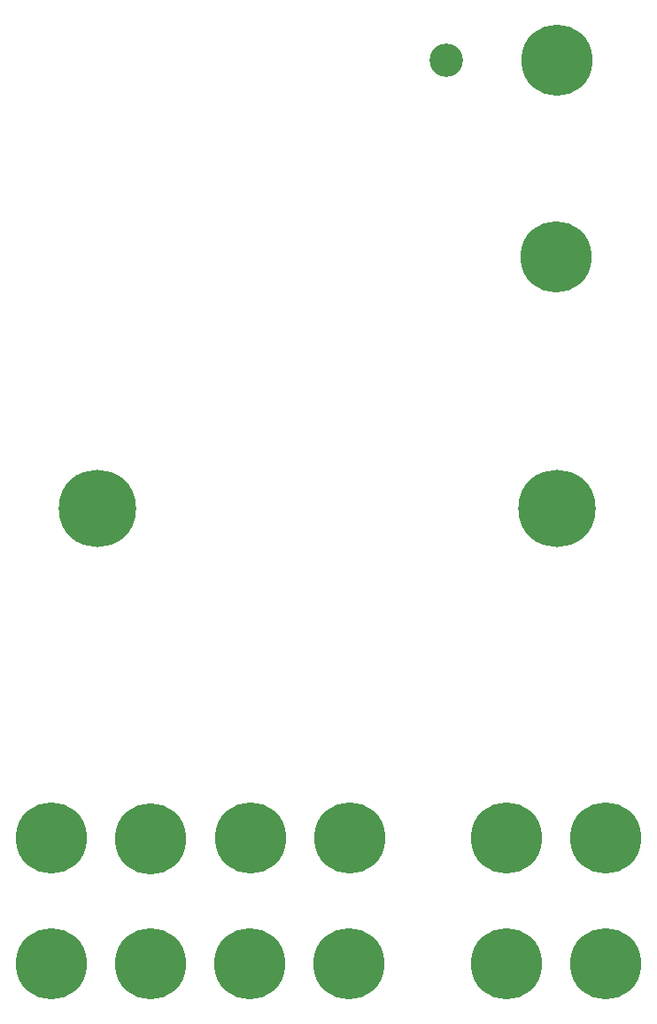
<source format=gbr>
%TF.GenerationSoftware,KiCad,Pcbnew,(6.0.7)*%
%TF.CreationDate,2022-08-19T14:00:51+02:00*%
%TF.ProjectId,faceplate,66616365-706c-4617-9465-2e6b69636164,rev?*%
%TF.SameCoordinates,Original*%
%TF.FileFunction,Soldermask,Bot*%
%TF.FilePolarity,Negative*%
%FSLAX46Y46*%
G04 Gerber Fmt 4.6, Leading zero omitted, Abs format (unit mm)*
G04 Created by KiCad (PCBNEW (6.0.7)) date 2022-08-19 14:00:51*
%MOMM*%
%LPD*%
G01*
G04 APERTURE LIST*
%ADD10C,3.200000*%
%ADD11C,6.800000*%
%ADD12C,6.400000*%
%ADD13C,7.400000*%
%ADD14C,7.200000*%
G04 APERTURE END LIST*
D10*
%TO.C,REF\u002A\u002A*%
X109340000Y-45900000D03*
%TD*%
D11*
%TO.C,REF\u002A\u002A*%
X124580000Y-132280000D03*
D12*
X124580000Y-132280000D03*
%TD*%
D11*
%TO.C,REF\u002A\u002A*%
X115070000Y-132270000D03*
D12*
X115070000Y-132270000D03*
%TD*%
D11*
%TO.C,REF\u002A\u002A*%
X124540000Y-120280000D03*
D12*
X124540000Y-120280000D03*
%TD*%
D11*
%TO.C,REF\u002A\u002A*%
X115050000Y-120300000D03*
D12*
X115050000Y-120300000D03*
%TD*%
%TO.C,REF\u002A\u002A*%
X71530000Y-132300000D03*
D11*
X71530000Y-132300000D03*
%TD*%
D12*
%TO.C,REF\u002A\u002A*%
X90540000Y-132290000D03*
D11*
X90540000Y-132290000D03*
%TD*%
%TO.C,REF\u002A\u002A*%
X100020000Y-132300000D03*
D12*
X100020000Y-132300000D03*
%TD*%
D11*
%TO.C,REF\u002A\u002A*%
X81030000Y-132310000D03*
D12*
X81030000Y-132310000D03*
%TD*%
D11*
%TO.C,REF\u002A\u002A*%
X100040000Y-120300000D03*
D12*
X100040000Y-120300000D03*
%TD*%
D11*
%TO.C,REF\u002A\u002A*%
X90560000Y-120290000D03*
D12*
X90560000Y-120290000D03*
%TD*%
D11*
%TO.C,REF\u002A\u002A*%
X81050000Y-120310000D03*
D12*
X81050000Y-120310000D03*
%TD*%
D11*
%TO.C,REF\u002A\u002A*%
X71550000Y-120300000D03*
D12*
X71550000Y-120300000D03*
%TD*%
D11*
%TO.C,REF\u002A\u002A*%
X119830000Y-64690000D03*
D12*
X119830000Y-64690000D03*
%TD*%
D11*
%TO.C,REF\u002A\u002A*%
X119860000Y-45900000D03*
D12*
X119860000Y-45900000D03*
%TD*%
D13*
%TO.C,GND*%
X75950000Y-88740000D03*
D14*
X75950000Y-88740000D03*
%TD*%
D13*
%TO.C,GND*%
X119890000Y-88770000D03*
D14*
X119890000Y-88770000D03*
%TD*%
M02*

</source>
